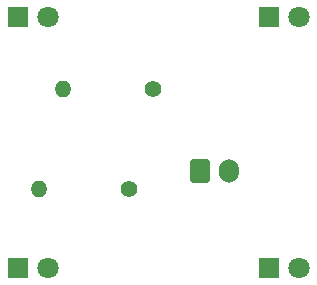
<source format=gbr>
%TF.GenerationSoftware,KiCad,Pcbnew,8.0.3*%
%TF.CreationDate,2024-07-15T13:33:40+01:00*%
%TF.ProjectId,Alignment PCB,416c6967-6e6d-4656-9e74-205043422e6b,rev?*%
%TF.SameCoordinates,Original*%
%TF.FileFunction,Soldermask,Top*%
%TF.FilePolarity,Negative*%
%FSLAX46Y46*%
G04 Gerber Fmt 4.6, Leading zero omitted, Abs format (unit mm)*
G04 Created by KiCad (PCBNEW 8.0.3) date 2024-07-15 13:33:40*
%MOMM*%
%LPD*%
G01*
G04 APERTURE LIST*
G04 Aperture macros list*
%AMRoundRect*
0 Rectangle with rounded corners*
0 $1 Rounding radius*
0 $2 $3 $4 $5 $6 $7 $8 $9 X,Y pos of 4 corners*
0 Add a 4 corners polygon primitive as box body*
4,1,4,$2,$3,$4,$5,$6,$7,$8,$9,$2,$3,0*
0 Add four circle primitives for the rounded corners*
1,1,$1+$1,$2,$3*
1,1,$1+$1,$4,$5*
1,1,$1+$1,$6,$7*
1,1,$1+$1,$8,$9*
0 Add four rect primitives between the rounded corners*
20,1,$1+$1,$2,$3,$4,$5,0*
20,1,$1+$1,$4,$5,$6,$7,0*
20,1,$1+$1,$6,$7,$8,$9,0*
20,1,$1+$1,$8,$9,$2,$3,0*%
G04 Aperture macros list end*
%ADD10R,1.800000X1.800000*%
%ADD11C,1.800000*%
%ADD12C,1.400000*%
%ADD13O,1.400000X1.400000*%
%ADD14RoundRect,0.250000X-0.600000X-0.750000X0.600000X-0.750000X0.600000X0.750000X-0.600000X0.750000X0*%
%ADD15O,1.700000X2.000000*%
G04 APERTURE END LIST*
D10*
%TO.C,D4*%
X109110000Y-60610000D03*
D11*
X111650000Y-60610000D03*
%TD*%
D10*
%TO.C,D3*%
X87890000Y-60610000D03*
D11*
X90430000Y-60610000D03*
%TD*%
%TO.C,D2*%
X111650000Y-39390000D03*
D10*
X109110000Y-39390000D03*
%TD*%
D11*
%TO.C,D1*%
X90430000Y-39390000D03*
D10*
X87890000Y-39390000D03*
%TD*%
D12*
%TO.C,R2*%
X97310000Y-54000000D03*
D13*
X89690000Y-54000000D03*
%TD*%
D12*
%TO.C,R1*%
X99310000Y-45500000D03*
D13*
X91690000Y-45500000D03*
%TD*%
D14*
%TO.C,J1*%
X103250000Y-52475000D03*
D15*
X105750000Y-52475000D03*
%TD*%
M02*

</source>
